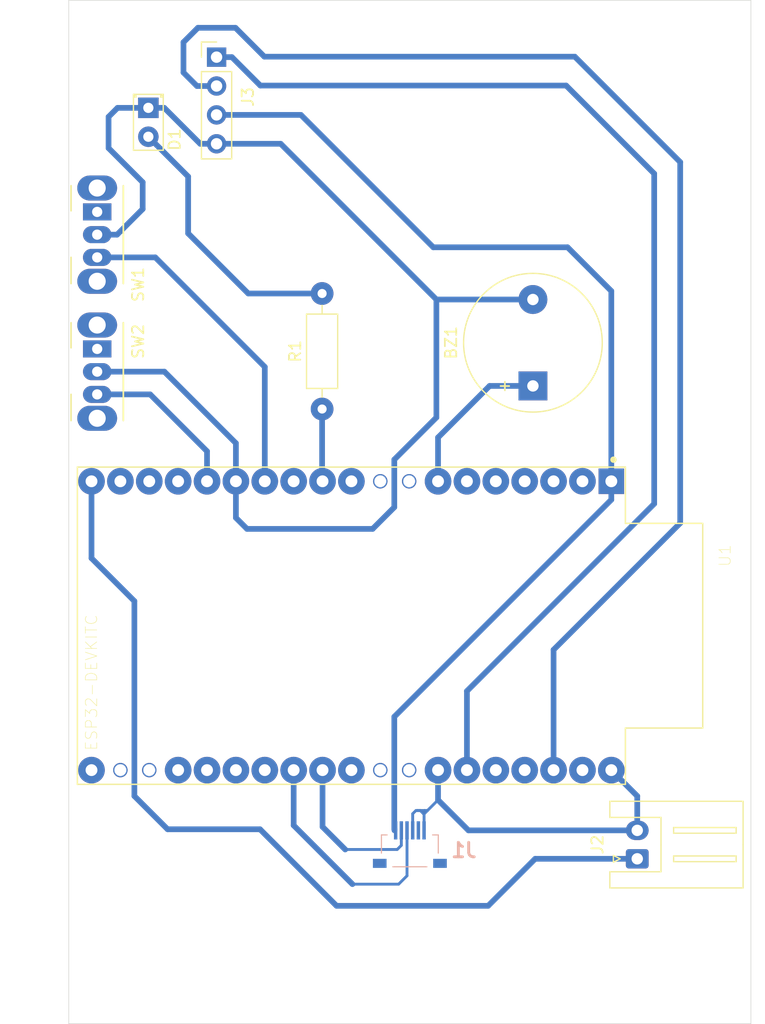
<source format=kicad_pcb>
(kicad_pcb (version 20171130) (host pcbnew "(5.1.0-0)")

  (general
    (thickness 1.6)
    (drawings 12)
    (tracks 104)
    (zones 0)
    (modules 17)
    (nets 41)
  )

  (page User 135.001 159.995)
  (title_block
    (title "Covid-19 Entrance Recording System")
    (date 2020-03-17)
    (rev 1.0)
    (company Yakumi-kobo)
  )

  (layers
    (0 F.Cu signal)
    (31 B.Cu signal)
    (32 B.Adhes user)
    (33 F.Adhes user)
    (34 B.Paste user)
    (35 F.Paste user)
    (36 B.SilkS user)
    (37 F.SilkS user)
    (38 B.Mask user)
    (39 F.Mask user)
    (40 Dwgs.User user)
    (41 Cmts.User user)
    (42 Eco1.User user hide)
    (43 Eco2.User user hide)
    (44 Edge.Cuts user)
    (45 Margin user)
    (46 B.CrtYd user)
    (47 F.CrtYd user)
    (48 B.Fab user)
    (49 F.Fab user)
  )

  (setup
    (last_trace_width 0.25)
    (user_trace_width 0.5)
    (trace_clearance 0.2)
    (zone_clearance 0.508)
    (zone_45_only no)
    (trace_min 0.2)
    (via_size 0.8)
    (via_drill 0.4)
    (via_min_size 0.4)
    (via_min_drill 0.3)
    (user_via 1.6 0.8)
    (uvia_size 0.3)
    (uvia_drill 0.1)
    (uvias_allowed no)
    (uvia_min_size 0.2)
    (uvia_min_drill 0.1)
    (edge_width 0.05)
    (segment_width 0.2)
    (pcb_text_width 0.3)
    (pcb_text_size 1.5 1.5)
    (mod_edge_width 0.12)
    (mod_text_size 1 1)
    (mod_text_width 0.15)
    (pad_size 1.27 1.27)
    (pad_drill 1.04)
    (pad_to_mask_clearance 0.051)
    (solder_mask_min_width 0.25)
    (aux_axis_origin 37 109)
    (grid_origin 38 108)
    (visible_elements FFFFFF7F)
    (pcbplotparams
      (layerselection 0x01000_7fffffff)
      (usegerberextensions false)
      (usegerberattributes false)
      (usegerberadvancedattributes false)
      (creategerberjobfile false)
      (excludeedgelayer true)
      (linewidth 0.100000)
      (plotframeref false)
      (viasonmask false)
      (mode 1)
      (useauxorigin true)
      (hpglpennumber 1)
      (hpglpenspeed 20)
      (hpglpendiameter 15.000000)
      (psnegative false)
      (psa4output false)
      (plotreference true)
      (plotvalue true)
      (plotinvisibletext false)
      (padsonsilk false)
      (subtractmaskfromsilk false)
      (outputformat 1)
      (mirror false)
      (drillshape 0)
      (scaleselection 1)
      (outputdirectory "gerber/"))
  )

  (net 0 "")
  (net 1 GND)
  (net 2 +3V3)
  (net 3 "Net-(J1-Pad5)")
  (net 4 "Net-(J3-Pad1)")
  (net 5 "Net-(J3-Pad2)")
  (net 6 +5V)
  (net 7 "Net-(U1-Pad3)")
  (net 8 "Net-(U1-Pad4)")
  (net 9 "Net-(U1-Pad5)")
  (net 10 "Net-(U1-Pad6)")
  (net 11 "Net-(U1-Pad8)")
  (net 12 "Net-(U1-Pad16)")
  (net 13 "Net-(U1-Pad17)")
  (net 14 "Net-(U1-Pad18)")
  (net 15 "Net-(U1-Pad20)")
  (net 16 "Net-(U1-Pad21)")
  (net 17 "Net-(U1-Pad22)")
  (net 18 "Net-(U1-Pad24)")
  (net 19 "Net-(U1-Pad25)")
  (net 20 "Net-(U1-Pad26)")
  (net 21 "Net-(U1-Pad34)")
  (net 22 "Net-(U1-Pad35)")
  (net 23 "Net-(BZ1-Pad1)")
  (net 24 "Net-(D1-Pad2)")
  (net 25 "Net-(J1-Pad3)")
  (net 26 "Net-(J1-Pad2)")
  (net 27 "Net-(R1-Pad1)")
  (net 28 "Net-(U1-Pad37)")
  (net 29 "Net-(U1-Pad31)")
  (net 30 "Net-(U1-Pad30)")
  (net 31 "Net-(U1-Pad29)")
  (net 32 "Net-(U1-Pad23)")
  (net 33 "Net-(U1-Pad12)")
  (net 34 "Net-(U1-Pad10)")
  (net 35 "Net-(U1-Pad9)")
  (net 36 "Net-(U1-Pad2)")
  (net 37 "Net-(SW2-Pad3)")
  (net 38 "Net-(SW1-Pad3)")
  (net 39 "Net-(SW1-Pad1)")
  (net 40 "Net-(SW2-Pad1)")

  (net_class Default "これはデフォルトのネット クラスです。"
    (clearance 0.2)
    (trace_width 0.25)
    (via_dia 0.8)
    (via_drill 0.4)
    (uvia_dia 0.3)
    (uvia_drill 0.1)
    (add_net +3V3)
    (add_net +5V)
    (add_net GND)
    (add_net "Net-(BZ1-Pad1)")
    (add_net "Net-(D1-Pad2)")
    (add_net "Net-(J1-Pad2)")
    (add_net "Net-(J1-Pad3)")
    (add_net "Net-(J1-Pad5)")
    (add_net "Net-(J3-Pad1)")
    (add_net "Net-(J3-Pad2)")
    (add_net "Net-(R1-Pad1)")
    (add_net "Net-(SW1-Pad1)")
    (add_net "Net-(SW1-Pad3)")
    (add_net "Net-(SW2-Pad1)")
    (add_net "Net-(SW2-Pad3)")
    (add_net "Net-(U1-Pad10)")
    (add_net "Net-(U1-Pad12)")
    (add_net "Net-(U1-Pad16)")
    (add_net "Net-(U1-Pad17)")
    (add_net "Net-(U1-Pad18)")
    (add_net "Net-(U1-Pad2)")
    (add_net "Net-(U1-Pad20)")
    (add_net "Net-(U1-Pad21)")
    (add_net "Net-(U1-Pad22)")
    (add_net "Net-(U1-Pad23)")
    (add_net "Net-(U1-Pad24)")
    (add_net "Net-(U1-Pad25)")
    (add_net "Net-(U1-Pad26)")
    (add_net "Net-(U1-Pad29)")
    (add_net "Net-(U1-Pad3)")
    (add_net "Net-(U1-Pad30)")
    (add_net "Net-(U1-Pad31)")
    (add_net "Net-(U1-Pad34)")
    (add_net "Net-(U1-Pad35)")
    (add_net "Net-(U1-Pad37)")
    (add_net "Net-(U1-Pad4)")
    (add_net "Net-(U1-Pad5)")
    (add_net "Net-(U1-Pad6)")
    (add_net "Net-(U1-Pad8)")
    (add_net "Net-(U1-Pad9)")
  )

  (module Button_Switch_THT:SW_CuK_OS102011MA1QN1_SPDT_Angled (layer F.Cu) (tedit 5A02FE31) (tstamp 5E71376F)
    (at 40.5 48.6588 270)
    (descr "CuK miniature slide switch, OS series, SPDT, right angle, http://www.ckswitches.com/media/1428/os.pdf")
    (tags "switch SPDT")
    (path /5E7C5CD6)
    (fp_text reference SW2 (at -0.6588 -3.6 270) (layer F.SilkS)
      (effects (font (size 1 1) (thickness 0.15)))
    )
    (fp_text value CONF (at 1.7 7.7 270) (layer F.Fab)
      (effects (font (size 1 1) (thickness 0.15)))
    )
    (fp_line (start -3.7 -2.7) (end 7.7 -2.7) (layer F.CrtYd) (width 0.05))
    (fp_line (start -3.7 6.7) (end -3.7 -2.7) (layer F.CrtYd) (width 0.05))
    (fp_line (start 7.7 6.7) (end -3.7 6.7) (layer F.CrtYd) (width 0.05))
    (fp_line (start 7.7 -2.7) (end 7.7 6.7) (layer F.CrtYd) (width 0.05))
    (fp_line (start 4 2.3) (end 6.3 2.3) (layer F.SilkS) (width 0.15))
    (fp_line (start -2.3 2.3) (end -0.1 2.3) (layer F.SilkS) (width 0.15))
    (fp_line (start -2.3 -2.3) (end 6.3 -2.3) (layer F.SilkS) (width 0.15))
    (fp_line (start 0 6.2) (end 0 2.2) (layer F.Fab) (width 0.1))
    (fp_line (start 2 6.2) (end 0 6.2) (layer F.Fab) (width 0.1))
    (fp_line (start 2 2.2) (end 2 6.2) (layer F.Fab) (width 0.1))
    (fp_line (start 6.3 2.2) (end 6.3 -2.2) (layer F.Fab) (width 0.1))
    (fp_line (start -2.3 2.2) (end 6.3 2.2) (layer F.Fab) (width 0.1))
    (fp_line (start -2.3 -2.2) (end -2.3 2.2) (layer F.Fab) (width 0.1))
    (fp_line (start -2.3 -2.2) (end 6.3 -2.2) (layer F.Fab) (width 0.1))
    (fp_text user %R (at 2.3 1.7 270) (layer F.Fab)
      (effects (font (size 0.5 0.5) (thickness 0.1)))
    )
    (pad "" thru_hole oval (at 6.1 0 270) (size 2.2 3.5) (drill 1.5) (layers *.Cu *.Mask))
    (pad "" thru_hole oval (at -2.1 0 270) (size 2.2 3.5) (drill 1.5) (layers *.Cu *.Mask))
    (pad 3 thru_hole oval (at 4 0 270) (size 1.5 2.5) (drill 0.9) (layers *.Cu *.Mask)
      (net 37 "Net-(SW2-Pad3)"))
    (pad 2 thru_hole oval (at 2 0 270) (size 1.5 2.5) (drill 0.9) (layers *.Cu *.Mask)
      (net 1 GND))
    (pad 1 thru_hole rect (at 0 0 270) (size 1.5 2.5) (drill 0.9) (layers *.Cu *.Mask)
      (net 40 "Net-(SW2-Pad1)"))
    (model ${KISYS3DMOD}/Button_Switch_THT.3dshapes/SW_CuK_OS102011MA1QN1_SPDT_Angled.wrl
      (at (xyz 0 0 0))
      (scale (xyz 1 1 1))
      (rotate (xyz 0 0 0))
    )
  )

  (module Button_Switch_THT:SW_CuK_OS102011MA1QN1_SPDT_Angled (layer F.Cu) (tedit 5A02FE31) (tstamp 5E713757)
    (at 40.5 36.6105 270)
    (descr "CuK miniature slide switch, OS series, SPDT, right angle, http://www.ckswitches.com/media/1428/os.pdf")
    (tags "switch SPDT")
    (path /5E7B2EC8)
    (fp_text reference SW1 (at 6.3895 -3.6 270) (layer F.SilkS)
      (effects (font (size 1 1) (thickness 0.15)))
    )
    (fp_text value IN/OUT (at 1.7 7.7 270) (layer F.Fab)
      (effects (font (size 1 1) (thickness 0.15)))
    )
    (fp_line (start -3.7 -2.7) (end 7.7 -2.7) (layer F.CrtYd) (width 0.05))
    (fp_line (start -3.7 6.7) (end -3.7 -2.7) (layer F.CrtYd) (width 0.05))
    (fp_line (start 7.7 6.7) (end -3.7 6.7) (layer F.CrtYd) (width 0.05))
    (fp_line (start 7.7 -2.7) (end 7.7 6.7) (layer F.CrtYd) (width 0.05))
    (fp_line (start 4 2.3) (end 6.3 2.3) (layer F.SilkS) (width 0.15))
    (fp_line (start -2.3 2.3) (end -0.1 2.3) (layer F.SilkS) (width 0.15))
    (fp_line (start -2.3 -2.3) (end 6.3 -2.3) (layer F.SilkS) (width 0.15))
    (fp_line (start 0 6.2) (end 0 2.2) (layer F.Fab) (width 0.1))
    (fp_line (start 2 6.2) (end 0 6.2) (layer F.Fab) (width 0.1))
    (fp_line (start 2 2.2) (end 2 6.2) (layer F.Fab) (width 0.1))
    (fp_line (start 6.3 2.2) (end 6.3 -2.2) (layer F.Fab) (width 0.1))
    (fp_line (start -2.3 2.2) (end 6.3 2.2) (layer F.Fab) (width 0.1))
    (fp_line (start -2.3 -2.2) (end -2.3 2.2) (layer F.Fab) (width 0.1))
    (fp_line (start -2.3 -2.2) (end 6.3 -2.2) (layer F.Fab) (width 0.1))
    (fp_text user %R (at 2.3 1.7 270) (layer F.Fab)
      (effects (font (size 0.5 0.5) (thickness 0.1)))
    )
    (pad "" thru_hole oval (at 6.1 0 270) (size 2.2 3.5) (drill 1.5) (layers *.Cu *.Mask))
    (pad "" thru_hole oval (at -2.1 0 270) (size 2.2 3.5) (drill 1.5) (layers *.Cu *.Mask))
    (pad 3 thru_hole oval (at 4 0 270) (size 1.5 2.5) (drill 0.9) (layers *.Cu *.Mask)
      (net 38 "Net-(SW1-Pad3)"))
    (pad 2 thru_hole oval (at 2 0 270) (size 1.5 2.5) (drill 0.9) (layers *.Cu *.Mask)
      (net 1 GND))
    (pad 1 thru_hole rect (at 0 0 270) (size 1.5 2.5) (drill 0.9) (layers *.Cu *.Mask)
      (net 39 "Net-(SW1-Pad1)"))
    (model ${KISYS3DMOD}/Button_Switch_THT.3dshapes/SW_CuK_OS102011MA1QN1_SPDT_Angled.wrl
      (at (xyz 0 0 0))
      (scale (xyz 1 1 1))
      (rotate (xyz 0 0 0))
    )
  )

  (module ESP32-DEVKITC:XCVR_ESP32-DEVKITC (layer F.Cu) (tedit 5E70704E) (tstamp 5E70E4B7)
    (at 66.26 73 270)
    (path /5E7055ED)
    (fp_text reference U1 (at -6.16442 -29.456 270) (layer F.SilkS)
      (effects (font (size 1.00039 1.00039) (thickness 0.05)))
    )
    (fp_text value ESP32-DEVKITC (at 5 26.26 270) (layer F.SilkS)
      (effects (font (size 1.00105 1.00105) (thickness 0.05)))
    )
    (fp_poly (pts (xy -8.93 -27.43) (xy 8.93 -27.43) (xy 8.93 -20.76) (xy -8.93 -20.76)) (layer Eco1.User) (width 0))
    (fp_line (start 9.25 -20.95) (end 14.2 -20.95) (layer Eco1.User) (width 0.05))
    (fp_line (start 9.25 -27.75) (end 9.25 -20.95) (layer Eco1.User) (width 0.05))
    (fp_line (start -9.25 -27.75) (end 9.25 -27.75) (layer Eco1.User) (width 0.05))
    (fp_line (start -9.25 -20.95) (end -9.25 -27.75) (layer Eco1.User) (width 0.05))
    (fp_line (start -14.2 -20.95) (end -9.25 -20.95) (layer Eco1.User) (width 0.05))
    (fp_line (start 13.95 -20.7) (end 9 -20.7) (layer Eco2.User) (width 0.127))
    (fp_line (start -13.95 -20.7) (end -9 -20.7) (layer Eco2.User) (width 0.127))
    (fp_line (start -9 -27.5) (end -9 -20.7) (layer Eco2.User) (width 0.127))
    (fp_line (start 9 -27.5) (end 9 -20.7) (layer Eco2.User) (width 0.127))
    (fp_line (start -9 -27.5) (end 9 -27.5) (layer Eco2.User) (width 0.127))
    (fp_line (start 13.95 -20.7) (end 9 -20.7) (layer F.SilkS) (width 0.127))
    (fp_line (start -13.95 -20.7) (end -9 -20.7) (layer F.SilkS) (width 0.127))
    (fp_line (start -9 -27.5) (end -9 -20.7) (layer F.SilkS) (width 0.127))
    (fp_line (start 9 -27.5) (end 9 -20.7) (layer F.SilkS) (width 0.127))
    (fp_line (start -9 -27.5) (end 9 -27.5) (layer F.SilkS) (width 0.127))
    (fp_circle (center -14.6 -19.65) (end -14.46 -19.65) (layer Eco2.User) (width 0.28))
    (fp_circle (center -14.6 -19.65) (end -14.46 -19.65) (layer F.SilkS) (width 0.28))
    (fp_line (start -14.2 27.75) (end -14.2 -20.95) (layer Eco1.User) (width 0.05))
    (fp_line (start 14.2 27.75) (end -14.2 27.75) (layer Eco1.User) (width 0.05))
    (fp_line (start 14.2 -20.95) (end 14.2 27.75) (layer Eco1.User) (width 0.05))
    (fp_line (start 13.95 27.5) (end -13.95 27.5) (layer F.SilkS) (width 0.127))
    (fp_line (start 13.95 -20.7) (end 13.95 27.5) (layer F.SilkS) (width 0.127))
    (fp_line (start -13.95 27.5) (end -13.95 -20.7) (layer F.SilkS) (width 0.127))
    (fp_line (start -13.95 27.5) (end -13.95 -20.7) (layer Eco2.User) (width 0.127))
    (fp_line (start 13.95 27.5) (end -13.95 27.5) (layer Eco2.User) (width 0.127))
    (fp_line (start 13.95 -20.7) (end 13.95 27.5) (layer Eco2.User) (width 0.127))
    (pad 38 thru_hole circle (at 12.7 -19.46 90) (size 2.34 2.34) (drill 1.04) (layers *.Cu *.Mask)
      (net 1 GND))
    (pad 37 thru_hole circle (at 12.7 -16.92 90) (size 2.34 2.34) (drill 1.04) (layers *.Cu *.Mask)
      (net 28 "Net-(U1-Pad37)"))
    (pad 36 thru_hole circle (at 12.7 -14.38 90) (size 2.34 2.34) (drill 1.04) (layers *.Cu *.Mask)
      (net 5 "Net-(J3-Pad2)"))
    (pad 35 thru_hole circle (at 12.7 -11.84 90) (size 2.34 2.34) (drill 1.04) (layers *.Cu *.Mask)
      (net 22 "Net-(U1-Pad35)"))
    (pad 34 thru_hole circle (at 12.7 -9.3 90) (size 2.34 2.34) (drill 1.04) (layers *.Cu *.Mask)
      (net 21 "Net-(U1-Pad34)"))
    (pad 33 thru_hole circle (at 12.7 -6.76 90) (size 2.34 2.34) (drill 1.04) (layers *.Cu *.Mask)
      (net 4 "Net-(J3-Pad1)"))
    (pad 32 thru_hole circle (at 12.7 -4.22 90) (size 2.34 2.34) (drill 1.04) (layers *.Cu *.Mask)
      (net 1 GND))
    (pad 31 thru_hole circle (at 12.7 -1.68 90) (size 1.27 1.27) (drill 1.04) (layers *.Cu *.Mask)
      (net 29 "Net-(U1-Pad31)"))
    (pad 30 thru_hole circle (at 12.7 0.86 90) (size 1.27 1.27) (drill 1.04) (layers *.Cu *.Mask)
      (net 30 "Net-(U1-Pad30)"))
    (pad 29 thru_hole circle (at 12.7 3.4 90) (size 2.34 2.34) (drill 1.04) (layers *.Cu *.Mask)
      (net 31 "Net-(U1-Pad29)"))
    (pad 28 thru_hole circle (at 12.7 5.94 90) (size 2.34 2.34) (drill 1.04) (layers *.Cu *.Mask)
      (net 26 "Net-(J1-Pad2)"))
    (pad 27 thru_hole circle (at 12.7 8.48 90) (size 2.34 2.34) (drill 1.04) (layers *.Cu *.Mask)
      (net 25 "Net-(J1-Pad3)"))
    (pad 26 thru_hole circle (at 12.7 11.02 90) (size 2.34 2.34) (drill 1.04) (layers *.Cu *.Mask)
      (net 20 "Net-(U1-Pad26)"))
    (pad 25 thru_hole circle (at 12.7 13.56 90) (size 2.34 2.34) (drill 1.04) (layers *.Cu *.Mask)
      (net 19 "Net-(U1-Pad25)"))
    (pad 24 thru_hole circle (at 12.7 16.1 90) (size 2.34 2.34) (drill 1.04) (layers *.Cu *.Mask)
      (net 18 "Net-(U1-Pad24)"))
    (pad 23 thru_hole circle (at 12.7 18.64 90) (size 2.34 2.34) (drill 1.04) (layers *.Cu *.Mask)
      (net 32 "Net-(U1-Pad23)"))
    (pad 22 thru_hole circle (at 12.7 21.18 90) (size 1.27 1.27) (drill 1.04) (layers *.Cu *.Mask)
      (net 17 "Net-(U1-Pad22)"))
    (pad 21 thru_hole circle (at 12.7 23.72 90) (size 1.27 1.27) (drill 1.04) (layers *.Cu *.Mask)
      (net 16 "Net-(U1-Pad21)"))
    (pad 20 thru_hole circle (at 12.7 26.26 90) (size 2.34 2.34) (drill 1.04) (layers *.Cu *.Mask)
      (net 15 "Net-(U1-Pad20)"))
    (pad 18 thru_hole circle (at -12.7 23.72 270) (size 2.34 2.34) (drill 1.04) (layers *.Cu *.Mask)
      (net 14 "Net-(U1-Pad18)"))
    (pad 17 thru_hole circle (at -12.7 21.18 270) (size 2.34 2.34) (drill 1.04) (layers *.Cu *.Mask)
      (net 13 "Net-(U1-Pad17)"))
    (pad 16 thru_hole circle (at -12.7 18.64 270) (size 2.34 2.34) (drill 1.04) (layers *.Cu *.Mask)
      (net 12 "Net-(U1-Pad16)"))
    (pad 15 thru_hole circle (at -12.7 16.1 270) (size 2.34 2.34) (drill 1.04) (layers *.Cu *.Mask)
      (net 37 "Net-(SW2-Pad3)"))
    (pad 14 thru_hole circle (at -12.7 13.56 270) (size 2.34 2.34) (drill 1.04) (layers *.Cu *.Mask)
      (net 1 GND))
    (pad 13 thru_hole circle (at -12.7 11.02 270) (size 2.34 2.34) (drill 1.04) (layers *.Cu *.Mask)
      (net 38 "Net-(SW1-Pad3)"))
    (pad 12 thru_hole circle (at -12.7 8.48 270) (size 2.34 2.34) (drill 1.04) (layers *.Cu *.Mask)
      (net 33 "Net-(U1-Pad12)"))
    (pad 11 thru_hole circle (at -12.7 5.94 270) (size 2.34 2.34) (drill 1.04) (layers *.Cu *.Mask)
      (net 27 "Net-(R1-Pad1)"))
    (pad 10 thru_hole circle (at -12.7 3.4 270) (size 2.34 2.34) (drill 1.04) (layers *.Cu *.Mask)
      (net 34 "Net-(U1-Pad10)"))
    (pad 9 thru_hole circle (at -12.7 0.86 270) (size 1.27 1.27) (drill 1.04) (layers *.Cu *.Mask)
      (net 35 "Net-(U1-Pad9)"))
    (pad 8 thru_hole circle (at -12.7 -1.68 270) (size 1.27 1.27) (drill 1.04) (layers *.Cu *.Mask)
      (net 11 "Net-(U1-Pad8)"))
    (pad 7 thru_hole circle (at -12.7 -4.22 270) (size 2.34 2.34) (drill 1.04) (layers *.Cu *.Mask)
      (net 23 "Net-(BZ1-Pad1)"))
    (pad 6 thru_hole circle (at -12.7 -6.76 270) (size 2.34 2.34) (drill 1.04) (layers *.Cu *.Mask)
      (net 10 "Net-(U1-Pad6)"))
    (pad 5 thru_hole circle (at -12.7 -9.3 270) (size 2.34 2.34) (drill 1.04) (layers *.Cu *.Mask)
      (net 9 "Net-(U1-Pad5)"))
    (pad 4 thru_hole circle (at -12.7 -11.84 270) (size 2.34 2.34) (drill 1.04) (layers *.Cu *.Mask)
      (net 8 "Net-(U1-Pad4)"))
    (pad 3 thru_hole circle (at -12.7 -14.38 270) (size 2.34 2.34) (drill 1.04) (layers *.Cu *.Mask)
      (net 7 "Net-(U1-Pad3)"))
    (pad 19 thru_hole circle (at -12.7 26.26 270) (size 2.34 2.34) (drill 1.04) (layers *.Cu *.Mask)
      (net 6 +5V))
    (pad 2 thru_hole circle (at -12.7 -16.92 270) (size 2.34 2.34) (drill 1.04) (layers *.Cu *.Mask)
      (net 36 "Net-(U1-Pad2)"))
    (pad 1 thru_hole rect (at -12.7 -19.46 270) (size 2.24 2.24) (drill 1.04) (layers *.Cu *.Mask)
      (net 2 +3V3))
  )

  (module Resistor_THT:R_Axial_DIN0207_L6.3mm_D2.5mm_P10.16mm_Horizontal (layer F.Cu) (tedit 5E706962) (tstamp 5E713970)
    (at 60.282 53.946 90)
    (descr "Resistor, Axial_DIN0207 series, Axial, Horizontal, pin pitch=10.16mm, 0.25W = 1/4W, length*diameter=6.3*2.5mm^2, http://cdn-reichelt.de/documents/datenblatt/B400/1_4W%23YAG.pdf")
    (tags "Resistor Axial_DIN0207 series Axial Horizontal pin pitch 10.16mm 0.25W = 1/4W length 6.3mm diameter 2.5mm")
    (path /5E73B0CD)
    (fp_text reference R1 (at 5.08 -2.37 90) (layer F.SilkS)
      (effects (font (size 1 1) (thickness 0.15)))
    )
    (fp_text value 1k (at 5.08 2.37 90) (layer F.Fab)
      (effects (font (size 1 1) (thickness 0.15)))
    )
    (fp_text user %R (at 5.08 0 90) (layer F.Fab)
      (effects (font (size 1 1) (thickness 0.15)))
    )
    (fp_line (start 11.21 -1.5) (end -1.05 -1.5) (layer F.CrtYd) (width 0.05))
    (fp_line (start 11.21 1.5) (end 11.21 -1.5) (layer F.CrtYd) (width 0.05))
    (fp_line (start -1.05 1.5) (end 11.21 1.5) (layer F.CrtYd) (width 0.05))
    (fp_line (start -1.05 -1.5) (end -1.05 1.5) (layer F.CrtYd) (width 0.05))
    (fp_line (start 9.12 0) (end 8.35 0) (layer F.SilkS) (width 0.12))
    (fp_line (start 1.04 0) (end 1.81 0) (layer F.SilkS) (width 0.12))
    (fp_line (start 8.35 -1.37) (end 1.81 -1.37) (layer F.SilkS) (width 0.12))
    (fp_line (start 8.35 1.37) (end 8.35 -1.37) (layer F.SilkS) (width 0.12))
    (fp_line (start 1.81 1.37) (end 8.35 1.37) (layer F.SilkS) (width 0.12))
    (fp_line (start 1.81 -1.37) (end 1.81 1.37) (layer F.SilkS) (width 0.12))
    (fp_line (start 10.16 0) (end 8.23 0) (layer F.Fab) (width 0.1))
    (fp_line (start 0 0) (end 1.93 0) (layer F.Fab) (width 0.1))
    (fp_line (start 8.23 -1.25) (end 1.93 -1.25) (layer F.Fab) (width 0.1))
    (fp_line (start 8.23 1.25) (end 8.23 -1.25) (layer F.Fab) (width 0.1))
    (fp_line (start 1.93 1.25) (end 8.23 1.25) (layer F.Fab) (width 0.1))
    (fp_line (start 1.93 -1.25) (end 1.93 1.25) (layer F.Fab) (width 0.1))
    (pad 2 thru_hole oval (at 10.16 0 90) (size 2 2) (drill 0.8) (layers *.Cu *.Mask)
      (net 24 "Net-(D1-Pad2)"))
    (pad 1 thru_hole circle (at 0 0 90) (size 2 2) (drill 0.8) (layers *.Cu *.Mask)
      (net 27 "Net-(R1-Pad1)"))
    (model ${KISYS3DMOD}/Resistor_THT.3dshapes/R_Axial_DIN0207_L6.3mm_D2.5mm_P10.16mm_Horizontal.wrl
      (at (xyz 0 0 0))
      (scale (xyz 1 1 1))
      (rotate (xyz 0 0 0))
    )
  )

  (module Connector_PinHeader_2.54mm:PinHeader_1x04_P2.54mm_Vertical (layer F.Cu) (tedit 59FED5CC) (tstamp 5E70E45B)
    (at 51 23)
    (descr "Through hole straight pin header, 1x04, 2.54mm pitch, single row")
    (tags "Through hole pin header THT 1x04 2.54mm single row")
    (path /5E70C861)
    (fp_text reference J3 (at 2.75 3.5 90) (layer F.SilkS)
      (effects (font (size 1 1) (thickness 0.15)))
    )
    (fp_text value OLED (at 0 9.95) (layer F.Fab)
      (effects (font (size 1 1) (thickness 0.15)))
    )
    (fp_text user %R (at 0 3.81 90) (layer F.Fab)
      (effects (font (size 1 1) (thickness 0.15)))
    )
    (fp_line (start 1.8 -1.8) (end -1.8 -1.8) (layer F.CrtYd) (width 0.05))
    (fp_line (start 1.8 9.4) (end 1.8 -1.8) (layer F.CrtYd) (width 0.05))
    (fp_line (start -1.8 9.4) (end 1.8 9.4) (layer F.CrtYd) (width 0.05))
    (fp_line (start -1.8 -1.8) (end -1.8 9.4) (layer F.CrtYd) (width 0.05))
    (fp_line (start -1.33 -1.33) (end 0 -1.33) (layer F.SilkS) (width 0.12))
    (fp_line (start -1.33 0) (end -1.33 -1.33) (layer F.SilkS) (width 0.12))
    (fp_line (start -1.33 1.27) (end 1.33 1.27) (layer F.SilkS) (width 0.12))
    (fp_line (start 1.33 1.27) (end 1.33 8.95) (layer F.SilkS) (width 0.12))
    (fp_line (start -1.33 1.27) (end -1.33 8.95) (layer F.SilkS) (width 0.12))
    (fp_line (start -1.33 8.95) (end 1.33 8.95) (layer F.SilkS) (width 0.12))
    (fp_line (start -1.27 -0.635) (end -0.635 -1.27) (layer F.Fab) (width 0.1))
    (fp_line (start -1.27 8.89) (end -1.27 -0.635) (layer F.Fab) (width 0.1))
    (fp_line (start 1.27 8.89) (end -1.27 8.89) (layer F.Fab) (width 0.1))
    (fp_line (start 1.27 -1.27) (end 1.27 8.89) (layer F.Fab) (width 0.1))
    (fp_line (start -0.635 -1.27) (end 1.27 -1.27) (layer F.Fab) (width 0.1))
    (pad 4 thru_hole oval (at 0 7.62) (size 1.7 1.7) (drill 1) (layers *.Cu *.Mask)
      (net 1 GND))
    (pad 3 thru_hole oval (at 0 5.08) (size 1.7 1.7) (drill 1) (layers *.Cu *.Mask)
      (net 2 +3V3))
    (pad 2 thru_hole oval (at 0 2.54) (size 1.7 1.7) (drill 1) (layers *.Cu *.Mask)
      (net 5 "Net-(J3-Pad2)"))
    (pad 1 thru_hole rect (at 0 0) (size 1.7 1.7) (drill 1) (layers *.Cu *.Mask)
      (net 4 "Net-(J3-Pad1)"))
    (model ${KISYS3DMOD}/Connector_PinHeader_2.54mm.3dshapes/PinHeader_1x04_P2.54mm_Vertical.wrl
      (at (xyz 0 0 0))
      (scale (xyz 1 1 1))
      (rotate (xyz 0 0 0))
    )
  )

  (module Connector_JST:JST_XH_S2B-XH-A_1x02_P2.50mm_Horizontal (layer F.Cu) (tedit 5C281475) (tstamp 5E70EA48)
    (at 88 93.5 90)
    (descr "JST XH series connector, S2B-XH-A (http://www.jst-mfg.com/product/pdf/eng/eXH.pdf), generated with kicad-footprint-generator")
    (tags "connector JST XH horizontal")
    (path /5E709598)
    (fp_text reference J2 (at 1.25 -3.5 90) (layer F.SilkS)
      (effects (font (size 1 1) (thickness 0.15)))
    )
    (fp_text value PWR (at 1.25 10.4 90) (layer F.Fab)
      (effects (font (size 1 1) (thickness 0.15)))
    )
    (fp_text user %R (at 1.25 3.45 90) (layer F.Fab)
      (effects (font (size 1 1) (thickness 0.15)))
    )
    (fp_line (start 0 1.2) (end 0.625 2.2) (layer F.Fab) (width 0.1))
    (fp_line (start -0.625 2.2) (end 0 1.2) (layer F.Fab) (width 0.1))
    (fp_line (start 0.3 -2.1) (end 0 -1.5) (layer F.SilkS) (width 0.12))
    (fp_line (start -0.3 -2.1) (end 0.3 -2.1) (layer F.SilkS) (width 0.12))
    (fp_line (start 0 -1.5) (end -0.3 -2.1) (layer F.SilkS) (width 0.12))
    (fp_line (start 2.75 3.2) (end 2.25 3.2) (layer F.SilkS) (width 0.12))
    (fp_line (start 2.75 8.7) (end 2.75 3.2) (layer F.SilkS) (width 0.12))
    (fp_line (start 2.25 8.7) (end 2.75 8.7) (layer F.SilkS) (width 0.12))
    (fp_line (start 2.25 3.2) (end 2.25 8.7) (layer F.SilkS) (width 0.12))
    (fp_line (start 0.25 3.2) (end -0.25 3.2) (layer F.SilkS) (width 0.12))
    (fp_line (start 0.25 8.7) (end 0.25 3.2) (layer F.SilkS) (width 0.12))
    (fp_line (start -0.25 8.7) (end 0.25 8.7) (layer F.SilkS) (width 0.12))
    (fp_line (start -0.25 3.2) (end -0.25 8.7) (layer F.SilkS) (width 0.12))
    (fp_line (start 3.75 2.2) (end 1.25 2.2) (layer F.Fab) (width 0.1))
    (fp_line (start 3.75 -2.3) (end 3.75 2.2) (layer F.Fab) (width 0.1))
    (fp_line (start 4.95 -2.3) (end 3.75 -2.3) (layer F.Fab) (width 0.1))
    (fp_line (start 4.95 9.2) (end 4.95 -2.3) (layer F.Fab) (width 0.1))
    (fp_line (start 1.25 9.2) (end 4.95 9.2) (layer F.Fab) (width 0.1))
    (fp_line (start -1.25 2.2) (end 1.25 2.2) (layer F.Fab) (width 0.1))
    (fp_line (start -1.25 -2.3) (end -1.25 2.2) (layer F.Fab) (width 0.1))
    (fp_line (start -2.45 -2.3) (end -1.25 -2.3) (layer F.Fab) (width 0.1))
    (fp_line (start -2.45 9.2) (end -2.45 -2.3) (layer F.Fab) (width 0.1))
    (fp_line (start 1.25 9.2) (end -2.45 9.2) (layer F.Fab) (width 0.1))
    (fp_line (start 3.64 2.09) (end 1.25 2.09) (layer F.SilkS) (width 0.12))
    (fp_line (start 3.64 -2.41) (end 3.64 2.09) (layer F.SilkS) (width 0.12))
    (fp_line (start 5.06 -2.41) (end 3.64 -2.41) (layer F.SilkS) (width 0.12))
    (fp_line (start 5.06 9.31) (end 5.06 -2.41) (layer F.SilkS) (width 0.12))
    (fp_line (start 1.25 9.31) (end 5.06 9.31) (layer F.SilkS) (width 0.12))
    (fp_line (start -1.14 2.09) (end 1.25 2.09) (layer F.SilkS) (width 0.12))
    (fp_line (start -1.14 -2.41) (end -1.14 2.09) (layer F.SilkS) (width 0.12))
    (fp_line (start -2.56 -2.41) (end -1.14 -2.41) (layer F.SilkS) (width 0.12))
    (fp_line (start -2.56 9.31) (end -2.56 -2.41) (layer F.SilkS) (width 0.12))
    (fp_line (start 1.25 9.31) (end -2.56 9.31) (layer F.SilkS) (width 0.12))
    (fp_line (start 5.45 -2.8) (end -2.95 -2.8) (layer F.CrtYd) (width 0.05))
    (fp_line (start 5.45 9.7) (end 5.45 -2.8) (layer F.CrtYd) (width 0.05))
    (fp_line (start -2.95 9.7) (end 5.45 9.7) (layer F.CrtYd) (width 0.05))
    (fp_line (start -2.95 -2.8) (end -2.95 9.7) (layer F.CrtYd) (width 0.05))
    (pad 2 thru_hole oval (at 2.5 0 90) (size 1.7 2) (drill 1) (layers *.Cu *.Mask)
      (net 1 GND))
    (pad 1 thru_hole roundrect (at 0 0 90) (size 1.7 2) (drill 1) (layers *.Cu *.Mask) (roundrect_rratio 0.147059)
      (net 6 +5V))
    (model ${KISYS3DMOD}/Connector_JST.3dshapes/JST_XH_S2B-XH-A_1x02_P2.50mm_Horizontal.wrl
      (at (xyz 0 0 0))
      (scale (xyz 1 1 1))
      (rotate (xyz 0 0 0))
    )
  )

  (module FFC:23287026 (layer B.Cu) (tedit 5D26C192) (tstamp 5E70E934)
    (at 68 92.8 180)
    (descr 2328702-6-3)
    (tags Connector)
    (path /5E70A237)
    (attr smd)
    (fp_text reference J1 (at -4.75 0.05 180) (layer B.SilkS)
      (effects (font (size 1.27 1.27) (thickness 0.254)) (justify mirror))
    )
    (fp_text value NFC (at 0 4 180) (layer B.SilkS) hide
      (effects (font (size 1.27 1.27) (thickness 0.254)) (justify mirror))
    )
    (fp_line (start -1.5 -1.4) (end 1.5 -1.4) (layer B.SilkS) (width 0.1))
    (fp_line (start 2.5 1.4) (end 2.5 -0.2) (layer B.SilkS) (width 0.1))
    (fp_line (start 2 1.4) (end 2.5 1.4) (layer B.SilkS) (width 0.1))
    (fp_line (start -2.5 1.4) (end -2.5 -0.2) (layer B.SilkS) (width 0.1))
    (fp_line (start -2 1.4) (end -2.5 1.4) (layer B.SilkS) (width 0.1))
    (fp_line (start -3.5 -2.5) (end -3.5 2.8) (layer B.CrtYd) (width 0.1))
    (fp_line (start 3.5 -2.5) (end -3.5 -2.5) (layer B.CrtYd) (width 0.1))
    (fp_line (start 3.5 2.8) (end 3.5 -2.5) (layer B.CrtYd) (width 0.1))
    (fp_line (start -3.5 2.8) (end 3.5 2.8) (layer B.CrtYd) (width 0.1))
    (fp_line (start -2.5 -1.4) (end -2.5 1.4) (layer B.Fab) (width 0.2))
    (fp_line (start 2.5 -1.4) (end -2.5 -1.4) (layer B.Fab) (width 0.2))
    (fp_line (start 2.5 1.4) (end 2.5 -1.4) (layer B.Fab) (width 0.2))
    (fp_line (start -2.5 1.4) (end 2.5 1.4) (layer B.Fab) (width 0.2))
    (fp_text user %R (at -4.75 0.05 180) (layer B.Fab)
      (effects (font (size 1.27 1.27) (thickness 0.254)) (justify mirror))
    )
    (pad MP2 smd rect (at 2.65 -1.1 180) (size 1.2 0.8) (layers B.Cu B.Paste B.Mask))
    (pad MP1 smd rect (at -2.65 -1.1 180) (size 1.2 0.8) (layers B.Cu B.Paste B.Mask))
    (pad 6 smd rect (at -1.25 1.8 180) (size 0.3 1.6) (layers B.Cu B.Paste B.Mask)
      (net 1 GND))
    (pad 5 smd rect (at -0.75 1.8 180) (size 0.3 1.6) (layers B.Cu B.Paste B.Mask)
      (net 3 "Net-(J1-Pad5)"))
    (pad 4 smd rect (at -0.25 1.8 180) (size 0.3 1.6) (layers B.Cu B.Paste B.Mask)
      (net 1 GND))
    (pad 3 smd rect (at 0.25 1.8 180) (size 0.3 1.6) (layers B.Cu B.Paste B.Mask)
      (net 25 "Net-(J1-Pad3)"))
    (pad 2 smd rect (at 0.75 1.8 180) (size 0.3 1.6) (layers B.Cu B.Paste B.Mask)
      (net 26 "Net-(J1-Pad2)"))
    (pad 1 smd rect (at 1.25 1.8 180) (size 0.3 1.6) (layers B.Cu B.Paste B.Mask)
      (net 2 +3V3))
    (model C:\Usersonori\Documents\LibraryLoader\SamacSys_Parts.3dshapes\2328702-6.stp
      (at (xyz 0 0 0))
      (scale (xyz 1 1 1))
      (rotate (xyz 0 0 0))
    )
  )

  (module LED_THT:LED_D2.0mm_W4.8mm_H2.5mm_FlatTop (layer F.Cu) (tedit 5880A862) (tstamp 5E70E3FD)
    (at 45 27.46 270)
    (descr "LED, Round, FlatTop,  Rectangular size 4.8x2.5mm^2 diameter 2.0mm, 2 pins, http://www.kingbright.com/attachments/file/psearch/000/00/00/L-13GD(Ver.11B).pdf")
    (tags "LED Round FlatTop  Rectangular size 4.8x2.5mm^2 diameter 2.0mm 2 pins")
    (path /5E7380DE)
    (fp_text reference D1 (at 2.79 -2.31 270) (layer F.SilkS)
      (effects (font (size 1 1) (thickness 0.15)))
    )
    (fp_text value STAT (at 1.27 2.31 270) (layer F.Fab)
      (effects (font (size 1 1) (thickness 0.15)))
    )
    (fp_line (start 4 -1.6) (end -1.45 -1.6) (layer F.CrtYd) (width 0.05))
    (fp_line (start 4 1.6) (end 4 -1.6) (layer F.CrtYd) (width 0.05))
    (fp_line (start -1.45 1.6) (end 4 1.6) (layer F.CrtYd) (width 0.05))
    (fp_line (start -1.45 -1.6) (end -1.45 1.6) (layer F.CrtYd) (width 0.05))
    (fp_line (start -0.95 1.08) (end -0.95 1.31) (layer F.SilkS) (width 0.12))
    (fp_line (start -0.95 -1.31) (end -0.95 -1.08) (layer F.SilkS) (width 0.12))
    (fp_line (start -1.07 1.08) (end -1.07 1.31) (layer F.SilkS) (width 0.12))
    (fp_line (start -1.07 -1.31) (end -1.07 -1.08) (layer F.SilkS) (width 0.12))
    (fp_line (start 3.73 -1.31) (end 3.73 1.31) (layer F.SilkS) (width 0.12))
    (fp_line (start -1.19 -1.31) (end -1.19 1.31) (layer F.SilkS) (width 0.12))
    (fp_line (start -1.19 1.31) (end 3.73 1.31) (layer F.SilkS) (width 0.12))
    (fp_line (start -1.19 -1.31) (end 3.73 -1.31) (layer F.SilkS) (width 0.12))
    (fp_line (start 3.67 -1.25) (end -1.13 -1.25) (layer F.Fab) (width 0.1))
    (fp_line (start 3.67 1.25) (end 3.67 -1.25) (layer F.Fab) (width 0.1))
    (fp_line (start -1.13 1.25) (end 3.67 1.25) (layer F.Fab) (width 0.1))
    (fp_line (start -1.13 -1.25) (end -1.13 1.25) (layer F.Fab) (width 0.1))
    (fp_circle (center 1.27 0) (end 2.27 0) (layer F.Fab) (width 0.1))
    (pad 2 thru_hole circle (at 2.54 0 270) (size 1.8 1.8) (drill 0.9) (layers *.Cu *.Mask)
      (net 24 "Net-(D1-Pad2)"))
    (pad 1 thru_hole rect (at 0 0 270) (size 1.8 1.8) (drill 0.9) (layers *.Cu *.Mask)
      (net 1 GND))
    (model ${KISYS3DMOD}/LED_THT.3dshapes/LED_D2.0mm_W4.8mm_H2.5mm_FlatTop.wrl
      (at (xyz 0 0 0))
      (scale (xyz 1 1 1))
      (rotate (xyz 0 0 0))
    )
  )

  (module Buzzer_Beeper:Buzzer_12x9.5RM7.6 (layer F.Cu) (tedit 5E706955) (tstamp 5E70E3E6)
    (at 78.824 51.914 90)
    (descr "Generic Buzzer, D12mm height 9.5mm with RM7.6mm")
    (tags buzzer)
    (path /5E70B2EE)
    (fp_text reference BZ1 (at 3.8 -7.2 90) (layer F.SilkS)
      (effects (font (size 1 1) (thickness 0.15)))
    )
    (fp_text value Buzzer (at 3.8 7.4 90) (layer F.Fab)
      (effects (font (size 1 1) (thickness 0.15)))
    )
    (fp_circle (center 3.8 0) (end 9.9 0) (layer F.SilkS) (width 0.12))
    (fp_circle (center 3.8 0) (end 4.8 0) (layer F.Fab) (width 0.1))
    (fp_circle (center 3.8 0) (end 9.8 0) (layer F.Fab) (width 0.1))
    (fp_circle (center 3.8 0) (end 10.05 0) (layer F.CrtYd) (width 0.05))
    (fp_text user %R (at 3.8 -4 90) (layer F.Fab)
      (effects (font (size 1 1) (thickness 0.15)))
    )
    (fp_text user + (at -0.01 -2.54 90) (layer F.SilkS)
      (effects (font (size 1 1) (thickness 0.15)))
    )
    (fp_text user + (at -0.01 -2.54 90) (layer F.Fab)
      (effects (font (size 1 1) (thickness 0.15)))
    )
    (pad 2 thru_hole circle (at 7.6 0 90) (size 2.54 2.54) (drill 1) (layers *.Cu *.Mask)
      (net 1 GND))
    (pad 1 thru_hole rect (at 0 0 90) (size 2.54 2.54) (drill 1) (layers *.Cu *.Mask)
      (net 23 "Net-(BZ1-Pad1)"))
    (model ${KISYS3DMOD}/Buzzer_Beeper.3dshapes/Buzzer_12x9.5RM7.6.wrl
      (at (xyz 0 0 0))
      (scale (xyz 1 1 1))
      (rotate (xyz 0 0 0))
    )
  )

  (module MountingHole:MountingHole_2.5mm (layer F.Cu) (tedit 56D1B4CB) (tstamp 5E70D1A2)
    (at 42 104)
    (descr "Mounting Hole 2.5mm, no annular")
    (tags "mounting hole 2.5mm no annular")
    (attr virtual)
    (fp_text reference REF** (at 0 -3.5) (layer F.SilkS) hide
      (effects (font (size 1 1) (thickness 0.15)))
    )
    (fp_text value BoardMountHole_2.5mm (at 0 3.5) (layer F.Fab) hide
      (effects (font (size 1 1) (thickness 0.15)))
    )
    (fp_text user %R (at 0.3 0) (layer F.Fab) hide
      (effects (font (size 1 1) (thickness 0.15)))
    )
    (fp_circle (center 0 0) (end 2.5 0) (layer Cmts.User) (width 0.15))
    (fp_circle (center 0 0) (end 2.75 0) (layer F.CrtYd) (width 0.05))
    (pad 1 np_thru_hole circle (at 0 0) (size 2.5 2.5) (drill 2.5) (layers *.Cu *.Mask))
  )

  (module MountingHole:MountingHole_2.5mm (layer F.Cu) (tedit 56D1B4CB) (tstamp 5E70D18B)
    (at 94 104)
    (descr "Mounting Hole 2.5mm, no annular")
    (tags "mounting hole 2.5mm no annular")
    (attr virtual)
    (fp_text reference REF** (at 0 -3.5) (layer F.SilkS) hide
      (effects (font (size 1 1) (thickness 0.15)))
    )
    (fp_text value BoardMountHole_2.5mm (at 0 3.5) (layer F.Fab) hide
      (effects (font (size 1 1) (thickness 0.15)))
    )
    (fp_circle (center 0 0) (end 2.75 0) (layer F.CrtYd) (width 0.05))
    (fp_circle (center 0 0) (end 2.5 0) (layer Cmts.User) (width 0.15))
    (fp_text user %R (at 0.3 0) (layer F.Fab) hide
      (effects (font (size 1 1) (thickness 0.15)))
    )
    (pad 1 np_thru_hole circle (at 0 0) (size 2.5 2.5) (drill 2.5) (layers *.Cu *.Mask))
  )

  (module MountingHole:MountingHole_2.5mm (layer F.Cu) (tedit 56D1B4CB) (tstamp 5E70D121)
    (at 94 22)
    (descr "Mounting Hole 2.5mm, no annular")
    (tags "mounting hole 2.5mm no annular")
    (attr virtual)
    (fp_text reference REF** (at 0 -3.5) (layer F.SilkS) hide
      (effects (font (size 1 1) (thickness 0.15)))
    )
    (fp_text value BoardMountHole_2.5mm (at 0 3.5) (layer F.Fab) hide
      (effects (font (size 1 1) (thickness 0.15)))
    )
    (fp_circle (center 0 0) (end 2.75 0) (layer F.CrtYd) (width 0.05))
    (fp_circle (center 0 0) (end 2.5 0) (layer Cmts.User) (width 0.15))
    (fp_text user %R (at 0.3 0) (layer F.Fab) hide
      (effects (font (size 1 1) (thickness 0.15)))
    )
    (pad 1 np_thru_hole circle (at 0 0) (size 2.5 2.5) (drill 2.5) (layers *.Cu *.Mask))
  )

  (module MountingHole:MountingHole_2.5mm (layer F.Cu) (tedit 56D1B4CB) (tstamp 5E70D0E4)
    (at 42 22)
    (descr "Mounting Hole 2.5mm, no annular")
    (tags "mounting hole 2.5mm no annular")
    (attr virtual)
    (fp_text reference REF** (at 0 -3.5) (layer F.SilkS) hide
      (effects (font (size 1 1) (thickness 0.15)))
    )
    (fp_text value BoardMountHole_2.5mm (at 0 3.5) (layer F.Fab) hide
      (effects (font (size 1 1) (thickness 0.15)))
    )
    (fp_text user %R (at 0.3 0) (layer F.Fab) hide
      (effects (font (size 1 1) (thickness 0.15)))
    )
    (fp_circle (center 0 0) (end 2.5 0) (layer Cmts.User) (width 0.15))
    (fp_circle (center 0 0) (end 2.75 0) (layer F.CrtYd) (width 0.05))
    (pad 1 np_thru_hole circle (at 0 0) (size 2.5 2.5) (drill 2.5) (layers *.Cu *.Mask))
  )

  (module MountingHole:MountingHole_2.5mm (layer F.Cu) (tedit 56D1B4CB) (tstamp 5E70D06E)
    (at 54.008576 35.802609 90)
    (descr "Mounting Hole 2.5mm, no annular")
    (tags "mounting hole 2.5mm no annular")
    (attr virtual)
    (fp_text reference REF** (at 0 -3.5 90) (layer F.SilkS) hide
      (effects (font (size 1 1) (thickness 0.15)))
    )
    (fp_text value NFC_Hole (at 0 3.5 90) (layer F.Fab) hide
      (effects (font (size 1 1) (thickness 0.15)))
    )
    (fp_text user %R (at 0.3 0 90) (layer F.Fab)
      (effects (font (size 1 1) (thickness 0.15)))
    )
    (fp_circle (center 0 0) (end 2.5 0) (layer Cmts.User) (width 0.15))
    (fp_circle (center 0 0) (end 2.75 0) (layer F.CrtYd) (width 0.05))
    (pad 1 np_thru_hole circle (at 0 0 90) (size 2.5 2.5) (drill 2.5) (layers *.Cu *.Mask))
  )

  (module MountingHole:MountingHole_2.5mm (layer F.Cu) (tedit 56D1B4CB) (tstamp 5E70D03C)
    (at 82.008576 100.802609 90)
    (descr "Mounting Hole 2.5mm, no annular")
    (tags "mounting hole 2.5mm no annular")
    (attr virtual)
    (fp_text reference REF** (at 0 -3.5 90) (layer F.SilkS) hide
      (effects (font (size 1 1) (thickness 0.15)))
    )
    (fp_text value NFC_Hole (at 0 3.5 90) (layer F.Fab) hide
      (effects (font (size 1 1) (thickness 0.15)))
    )
    (fp_text user %R (at 0.3 0 90) (layer F.Fab)
      (effects (font (size 1 1) (thickness 0.15)))
    )
    (fp_circle (center 0 0) (end 2.5 0) (layer Cmts.User) (width 0.15))
    (fp_circle (center 0 0) (end 2.75 0) (layer F.CrtYd) (width 0.05))
    (pad 1 np_thru_hole circle (at 0 0 90) (size 2.5 2.5) (drill 2.5) (layers *.Cu *.Mask))
  )

  (module MountingHole:MountingHole_2.5mm (layer F.Cu) (tedit 56D1B4CB) (tstamp 5E70D027)
    (at 82.008576 35.802609 90)
    (descr "Mounting Hole 2.5mm, no annular")
    (tags "mounting hole 2.5mm no annular")
    (attr virtual)
    (fp_text reference REF** (at 0 -3.5 90) (layer F.SilkS) hide
      (effects (font (size 1 1) (thickness 0.15)))
    )
    (fp_text value NFC_Hole (at 0 3.5 90) (layer F.Fab) hide
      (effects (font (size 1 1) (thickness 0.15)))
    )
    (fp_text user %R (at 0.3 0 90) (layer F.Fab)
      (effects (font (size 1 1) (thickness 0.15)))
    )
    (fp_circle (center 0 0) (end 2.5 0) (layer Cmts.User) (width 0.15))
    (fp_circle (center 0 0) (end 2.75 0) (layer F.CrtYd) (width 0.05))
    (pad 1 np_thru_hole circle (at 0 0 90) (size 2.5 2.5) (drill 2.5) (layers *.Cu *.Mask))
  )

  (module MountingHole:MountingHole_2.5mm (layer F.Cu) (tedit 56D1B4CB) (tstamp 5E70D012)
    (at 54.008576 100.802609 90)
    (descr "Mounting Hole 2.5mm, no annular")
    (tags "mounting hole 2.5mm no annular")
    (attr virtual)
    (fp_text reference REF** (at 0 -3.5 90) (layer F.SilkS) hide
      (effects (font (size 1 1) (thickness 0.15)))
    )
    (fp_text value NFC_Hole (at 0 3.5 90) (layer F.Fab) hide
      (effects (font (size 1 1) (thickness 0.15)))
    )
    (fp_text user %R (at 0.3 0 90) (layer F.Fab)
      (effects (font (size 1 1) (thickness 0.15)))
    )
    (fp_circle (center 0 0) (end 2.5 0) (layer Cmts.User) (width 0.15))
    (fp_circle (center 0 0) (end 2.75 0) (layer F.CrtYd) (width 0.05))
    (pad 1 np_thru_hole circle (at 0 0 90) (size 2.5 2.5) (drill 2.5) (layers *.Cu *.Mask))
  )

  (gr_line (start 49 32.5) (end 49 21) (layer Dwgs.User) (width 0.15) (tstamp 5E70D0AD))
  (gr_line (start 87 32.5) (end 49 32.5) (layer Dwgs.User) (width 0.15) (tstamp 5E70D0A7))
  (gr_line (start 87 21) (end 87 32.5) (layer Dwgs.User) (width 0.15) (tstamp 5E70D0A4))
  (gr_line (start 49 21) (end 87 21) (layer Dwgs.User) (width 0.15) (tstamp 5E70D0AA))
  (gr_line (start 38 108) (end 38 18) (layer Edge.Cuts) (width 0.05) (tstamp 5E70D0D3))
  (gr_line (start 98 108) (end 38 108) (layer Edge.Cuts) (width 0.05))
  (gr_line (start 98 18) (end 98 108) (layer Edge.Cuts) (width 0.05))
  (gr_line (start 38 18) (end 98 18) (layer Edge.Cuts) (width 0.05))
  (gr_line (start 46.508576 103.302609) (end 46.508576 33.302609) (layer Dwgs.User) (width 0.25) (tstamp 5E70D009))
  (gr_line (start 46.508576 33.302609) (end 89.508576 33.302609) (layer Dwgs.User) (width 0.25) (tstamp 5E70D006))
  (gr_line (start 89.508576 103.302609) (end 89.508576 33.302609) (layer Dwgs.User) (width 0.25) (tstamp 5E70D003))
  (gr_line (start 89.508576 103.302609) (end 46.508576 103.302609) (layer Dwgs.User) (width 0.25) (tstamp 5E70D000))

  (segment (start 49.56 30.62) (end 51 30.62) (width 0.5) (layer B.Cu) (net 1))
  (segment (start 46.4 27.46) (end 49.56 30.62) (width 0.5) (layer B.Cu) (net 1))
  (segment (start 45 27.46) (end 46.4 27.46) (width 0.5) (layer B.Cu) (net 1))
  (segment (start 88 87.98) (end 88 91) (width 0.5) (layer B.Cu) (net 1))
  (segment (start 85.72 85.7) (end 88 87.98) (width 0.5) (layer B.Cu) (net 1))
  (segment (start 68.25 91) (end 68.25 89.539) (width 0.25) (layer B.Cu) (net 1))
  (segment (start 68.25 89.539) (end 68.537 89.252) (width 0.25) (layer B.Cu) (net 1))
  (segment (start 73.155 91) (end 70.48 88.325) (width 0.5) (layer B.Cu) (net 1))
  (segment (start 88 91) (end 73.155 91) (width 0.5) (layer B.Cu) (net 1))
  (segment (start 70.48 88.325) (end 70.48 85.7) (width 0.5) (layer B.Cu) (net 1))
  (segment (start 69.25 91) (end 69.25 89.584) (width 0.25) (layer B.Cu) (net 1))
  (segment (start 68.918 89.252) (end 68.664 89.252) (width 0.25) (layer B.Cu) (net 1))
  (segment (start 68.664 89.252) (end 68.537 89.252) (width 0.25) (layer B.Cu) (net 1))
  (segment (start 69.553 89.252) (end 70.48 88.325) (width 0.25) (layer B.Cu) (net 1))
  (segment (start 69.25 89.555) (end 69.553 89.252) (width 0.25) (layer B.Cu) (net 1))
  (segment (start 69.25 89.584) (end 69.25 89.555) (width 0.25) (layer B.Cu) (net 1))
  (segment (start 69.172 89.379) (end 69.299 89.252) (width 0.25) (layer B.Cu) (net 1))
  (segment (start 69.172 89.506) (end 69.172 89.379) (width 0.25) (layer B.Cu) (net 1))
  (segment (start 68.664 89.252) (end 69.299 89.252) (width 0.25) (layer B.Cu) (net 1))
  (segment (start 69.299 89.252) (end 69.553 89.252) (width 0.25) (layer B.Cu) (net 1))
  (segment (start 69.25 89.584) (end 69.172 89.506) (width 0.25) (layer B.Cu) (net 1))
  (segment (start 69.172 89.506) (end 68.918 89.252) (width 0.25) (layer B.Cu) (net 1))
  (segment (start 51 30.62) (end 56.641 30.62) (width 0.5) (layer B.Cu) (net 1))
  (segment (start 70.335 44.314) (end 78.824 44.314) (width 0.5) (layer B.Cu) (net 1))
  (segment (start 56.641 30.62) (end 70.335 44.314) (width 0.5) (layer B.Cu) (net 1))
  (segment (start 70.335 54.688) (end 66.632 58.391) (width 0.5) (layer B.Cu) (net 1))
  (segment (start 70.335 44.314) (end 70.335 54.688) (width 0.5) (layer B.Cu) (net 1))
  (segment (start 66.632 58.391) (end 66.632 62.582) (width 0.5) (layer B.Cu) (net 1))
  (segment (start 66.632 62.582) (end 64.727 64.487) (width 0.5) (layer B.Cu) (net 1))
  (segment (start 64.727 64.487) (end 53.678 64.487) (width 0.5) (layer B.Cu) (net 1))
  (segment (start 52.7 63.509) (end 52.7 60.3) (width 0.5) (layer B.Cu) (net 1))
  (segment (start 53.678 64.487) (end 52.7 63.509) (width 0.5) (layer B.Cu) (net 1))
  (segment (start 42.25 38.6105) (end 44.5 36.3605) (width 0.5) (layer B.Cu) (net 1))
  (segment (start 40.5 38.6105) (end 42.25 38.6105) (width 0.5) (layer B.Cu) (net 1))
  (segment (start 44.5 36.3605) (end 44.5 34) (width 0.5) (layer B.Cu) (net 1))
  (segment (start 44.5 34) (end 41.5 31) (width 0.5) (layer B.Cu) (net 1))
  (segment (start 41.5 31) (end 41.5 28.25) (width 0.5) (layer B.Cu) (net 1))
  (segment (start 42.29 27.46) (end 45 27.46) (width 0.5) (layer B.Cu) (net 1))
  (segment (start 41.5 28.25) (end 42.29 27.46) (width 0.5) (layer B.Cu) (net 1))
  (segment (start 40.5 50.6588) (end 46.4088 50.6588) (width 0.5) (layer B.Cu) (net 1))
  (segment (start 52.7 56.95) (end 46.4088 50.6588) (width 0.5) (layer B.Cu) (net 1))
  (segment (start 52.7 60.3) (end 52.7 56.95) (width 0.5) (layer B.Cu) (net 1))
  (segment (start 66.649999 90.899999) (end 66.649999 91) (width 0.5) (layer B.Cu) (net 2))
  (segment (start 66.632 81.008) (end 66.632 90.882) (width 0.5) (layer B.Cu) (net 2))
  (segment (start 66.632 90.882) (end 66.649999 90.899999) (width 0.5) (layer B.Cu) (net 2))
  (segment (start 85.72 61.92) (end 66.632 81.008) (width 0.5) (layer B.Cu) (net 2))
  (segment (start 85.72 60.3) (end 85.72 61.92) (width 0.5) (layer B.Cu) (net 2))
  (segment (start 81.872 39.722) (end 85.72 43.57) (width 0.5) (layer B.Cu) (net 2))
  (segment (start 70.061 39.722) (end 81.872 39.722) (width 0.5) (layer B.Cu) (net 2))
  (segment (start 58.419 28.08) (end 70.061 39.722) (width 0.5) (layer B.Cu) (net 2))
  (segment (start 85.72 43.57) (end 85.72 60.3) (width 0.5) (layer B.Cu) (net 2))
  (segment (start 51 28.08) (end 58.419 28.08) (width 0.5) (layer B.Cu) (net 2))
  (segment (start 73.02 78.749) (end 73.02 85.7) (width 0.5) (layer B.Cu) (net 4))
  (segment (start 89.492 62.277) (end 73.02 78.749) (width 0.5) (layer B.Cu) (net 4))
  (segment (start 89.492 33.245) (end 89.492 62.277) (width 0.5) (layer B.Cu) (net 4))
  (segment (start 52.35 23) (end 54.848 25.498) (width 0.5) (layer B.Cu) (net 4))
  (segment (start 81.745 25.498) (end 89.492 33.245) (width 0.5) (layer B.Cu) (net 4))
  (segment (start 54.848 25.498) (end 81.745 25.498) (width 0.5) (layer B.Cu) (net 4))
  (segment (start 51 23) (end 52.35 23) (width 0.5) (layer B.Cu) (net 4))
  (segment (start 80.64 75.117) (end 80.64 85.7) (width 0.5) (layer B.Cu) (net 5))
  (segment (start 91.778 32.229) (end 91.778 63.979) (width 0.5) (layer B.Cu) (net 5))
  (segment (start 91.778 63.979) (end 80.64 75.117) (width 0.5) (layer B.Cu) (net 5))
  (segment (start 82.507 22.958) (end 91.778 32.229) (width 0.5) (layer B.Cu) (net 5))
  (segment (start 52.662 20.418) (end 55.202 22.958) (width 0.5) (layer B.Cu) (net 5))
  (segment (start 48.09 24.355) (end 48.09 21.688) (width 0.5) (layer B.Cu) (net 5))
  (segment (start 49.36 20.418) (end 52.662 20.418) (width 0.5) (layer B.Cu) (net 5))
  (segment (start 48.09 21.688) (end 49.36 20.418) (width 0.5) (layer B.Cu) (net 5))
  (segment (start 49.275 25.54) (end 48.09 24.355) (width 0.5) (layer B.Cu) (net 5))
  (segment (start 55.202 22.958) (end 82.507 22.958) (width 0.5) (layer B.Cu) (net 5))
  (segment (start 51 25.54) (end 49.275 25.54) (width 0.5) (layer B.Cu) (net 5))
  (segment (start 79.021 93.5) (end 88 93.5) (width 0.5) (layer B.Cu) (net 6))
  (segment (start 74.887 97.634) (end 79.021 93.5) (width 0.5) (layer B.Cu) (net 6))
  (segment (start 54.821 90.903) (end 61.552 97.634) (width 0.5) (layer B.Cu) (net 6))
  (segment (start 46.693 90.903) (end 54.821 90.903) (width 0.5) (layer B.Cu) (net 6))
  (segment (start 61.552 97.634) (end 74.887 97.634) (width 0.5) (layer B.Cu) (net 6))
  (segment (start 43.772 87.982) (end 46.693 90.903) (width 0.5) (layer B.Cu) (net 6))
  (segment (start 40 60.3) (end 40 67.065) (width 0.5) (layer B.Cu) (net 6))
  (segment (start 43.772 70.837) (end 43.772 87.982) (width 0.5) (layer B.Cu) (net 6))
  (segment (start 40 67.065) (end 43.772 70.837) (width 0.5) (layer B.Cu) (net 6))
  (segment (start 75.014 51.914) (end 78.824 51.914) (width 0.5) (layer B.Cu) (net 23))
  (segment (start 70.48 56.448) (end 75.014 51.914) (width 0.5) (layer B.Cu) (net 23))
  (segment (start 70.48 60.3) (end 70.48 56.448) (width 0.5) (layer B.Cu) (net 23))
  (segment (start 53.786 43.786) (end 60.282 43.786) (width 0.5) (layer B.Cu) (net 24))
  (segment (start 48.5 38.5) (end 53.786 43.786) (width 0.5) (layer B.Cu) (net 24))
  (segment (start 48.5 33.5) (end 48.5 38.5) (width 0.5) (layer B.Cu) (net 24))
  (segment (start 45 30) (end 48.5 33.5) (width 0.5) (layer B.Cu) (net 24))
  (segment (start 67.75 91) (end 67.75 94.992) (width 0.25) (layer B.Cu) (net 25))
  (segment (start 67.75 94.992) (end 67.013 95.729) (width 0.25) (layer B.Cu) (net 25))
  (segment (start 67.013 95.729) (end 62.949 95.729) (width 0.25) (layer B.Cu) (net 25))
  (segment (start 57.78 90.56) (end 62.949 95.729) (width 0.5) (layer B.Cu) (net 25))
  (segment (start 57.78 85.7) (end 57.78 90.56) (width 0.5) (layer B.Cu) (net 25))
  (segment (start 67.25 92.317) (end 67.25 91) (width 0.25) (layer B.Cu) (net 26))
  (segment (start 66.886 92.681) (end 67.25 92.317) (width 0.25) (layer B.Cu) (net 26))
  (segment (start 62.314 92.681) (end 66.886 92.681) (width 0.25) (layer B.Cu) (net 26))
  (segment (start 60.32 90.687) (end 62.314 92.681) (width 0.5) (layer B.Cu) (net 26))
  (segment (start 60.32 85.7) (end 60.32 90.687) (width 0.5) (layer B.Cu) (net 26))
  (segment (start 60.282 60.262) (end 60.32 60.3) (width 0.5) (layer B.Cu) (net 27))
  (segment (start 60.282 53.946) (end 60.282 60.262) (width 0.5) (layer B.Cu) (net 27))
  (segment (start 40.5 52.6588) (end 45.1588 52.6588) (width 0.5) (layer B.Cu) (net 37))
  (segment (start 50.16 57.66) (end 50.16 60.3) (width 0.5) (layer B.Cu) (net 37))
  (segment (start 45.1588 52.6588) (end 50.16 57.66) (width 0.5) (layer B.Cu) (net 37))
  (segment (start 40.5 40.6105) (end 45.6105 40.6105) (width 0.5) (layer B.Cu) (net 38))
  (segment (start 55.24 50.24) (end 55.24 60.3) (width 0.5) (layer B.Cu) (net 38))
  (segment (start 45.6105 40.6105) (end 55.24 50.24) (width 0.5) (layer B.Cu) (net 38))

)

</source>
